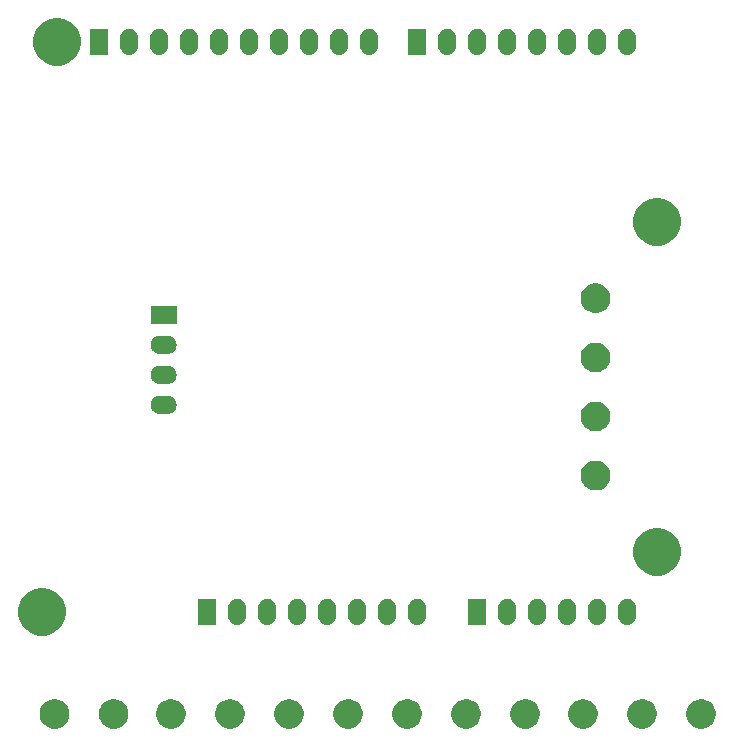
<source format=gbr>
G04 #@! TF.GenerationSoftware,KiCad,Pcbnew,(5.0.1)-3*
G04 #@! TF.CreationDate,2019-04-12T12:39:32-05:00*
G04 #@! TF.ProjectId,Arduino_As_Uno,41726475696E6F5F41735F556E6F2E6B,rev?*
G04 #@! TF.SameCoordinates,Original*
G04 #@! TF.FileFunction,Soldermask,Bot*
G04 #@! TF.FilePolarity,Negative*
%FSLAX46Y46*%
G04 Gerber Fmt 4.6, Leading zero omitted, Abs format (unit mm)*
G04 Created by KiCad (PCBNEW (5.0.1)-3) date 12/04/2019 12:39:32*
%MOMM*%
%LPD*%
G01*
G04 APERTURE LIST*
%ADD10C,0.100000*%
G04 APERTURE END LIST*
D10*
G36*
X156240612Y-131259037D02*
X156468096Y-131353264D01*
X156672831Y-131490064D01*
X156846936Y-131664169D01*
X156983736Y-131868904D01*
X157077963Y-132096388D01*
X157126000Y-132337885D01*
X157126000Y-132584115D01*
X157077963Y-132825612D01*
X156983736Y-133053096D01*
X156846936Y-133257831D01*
X156672831Y-133431936D01*
X156468096Y-133568736D01*
X156240612Y-133662963D01*
X155999115Y-133711000D01*
X155752885Y-133711000D01*
X155511388Y-133662963D01*
X155283904Y-133568736D01*
X155079169Y-133431936D01*
X154905064Y-133257831D01*
X154768264Y-133053096D01*
X154674037Y-132825612D01*
X154626000Y-132584115D01*
X154626000Y-132337885D01*
X154674037Y-132096388D01*
X154768264Y-131868904D01*
X154905064Y-131664169D01*
X155079169Y-131490064D01*
X155283904Y-131353264D01*
X155511388Y-131259037D01*
X155752885Y-131211000D01*
X155999115Y-131211000D01*
X156240612Y-131259037D01*
X156240612Y-131259037D01*
G37*
G36*
X181132612Y-131259037D02*
X181360096Y-131353264D01*
X181564831Y-131490064D01*
X181738936Y-131664169D01*
X181875736Y-131868904D01*
X181969963Y-132096388D01*
X182018000Y-132337885D01*
X182018000Y-132584115D01*
X181969963Y-132825612D01*
X181875736Y-133053096D01*
X181738936Y-133257831D01*
X181564831Y-133431936D01*
X181360096Y-133568736D01*
X181132612Y-133662963D01*
X180891115Y-133711000D01*
X180644885Y-133711000D01*
X180403388Y-133662963D01*
X180175904Y-133568736D01*
X179971169Y-133431936D01*
X179797064Y-133257831D01*
X179660264Y-133053096D01*
X179566037Y-132825612D01*
X179518000Y-132584115D01*
X179518000Y-132337885D01*
X179566037Y-132096388D01*
X179660264Y-131868904D01*
X179797064Y-131664169D01*
X179971169Y-131490064D01*
X180175904Y-131353264D01*
X180403388Y-131259037D01*
X180644885Y-131211000D01*
X180891115Y-131211000D01*
X181132612Y-131259037D01*
X181132612Y-131259037D01*
G37*
G36*
X176132612Y-131259037D02*
X176360096Y-131353264D01*
X176564831Y-131490064D01*
X176738936Y-131664169D01*
X176875736Y-131868904D01*
X176969963Y-132096388D01*
X177018000Y-132337885D01*
X177018000Y-132584115D01*
X176969963Y-132825612D01*
X176875736Y-133053096D01*
X176738936Y-133257831D01*
X176564831Y-133431936D01*
X176360096Y-133568736D01*
X176132612Y-133662963D01*
X175891115Y-133711000D01*
X175644885Y-133711000D01*
X175403388Y-133662963D01*
X175175904Y-133568736D01*
X174971169Y-133431936D01*
X174797064Y-133257831D01*
X174660264Y-133053096D01*
X174566037Y-132825612D01*
X174518000Y-132584115D01*
X174518000Y-132337885D01*
X174566037Y-132096388D01*
X174660264Y-131868904D01*
X174797064Y-131664169D01*
X174971169Y-131490064D01*
X175175904Y-131353264D01*
X175403388Y-131259037D01*
X175644885Y-131211000D01*
X175891115Y-131211000D01*
X176132612Y-131259037D01*
X176132612Y-131259037D01*
G37*
G36*
X171132612Y-131259037D02*
X171360096Y-131353264D01*
X171564831Y-131490064D01*
X171738936Y-131664169D01*
X171875736Y-131868904D01*
X171969963Y-132096388D01*
X172018000Y-132337885D01*
X172018000Y-132584115D01*
X171969963Y-132825612D01*
X171875736Y-133053096D01*
X171738936Y-133257831D01*
X171564831Y-133431936D01*
X171360096Y-133568736D01*
X171132612Y-133662963D01*
X170891115Y-133711000D01*
X170644885Y-133711000D01*
X170403388Y-133662963D01*
X170175904Y-133568736D01*
X169971169Y-133431936D01*
X169797064Y-133257831D01*
X169660264Y-133053096D01*
X169566037Y-132825612D01*
X169518000Y-132584115D01*
X169518000Y-132337885D01*
X169566037Y-132096388D01*
X169660264Y-131868904D01*
X169797064Y-131664169D01*
X169971169Y-131490064D01*
X170175904Y-131353264D01*
X170403388Y-131259037D01*
X170644885Y-131211000D01*
X170891115Y-131211000D01*
X171132612Y-131259037D01*
X171132612Y-131259037D01*
G37*
G36*
X131388612Y-131259037D02*
X131616096Y-131353264D01*
X131820831Y-131490064D01*
X131994936Y-131664169D01*
X132131736Y-131868904D01*
X132225963Y-132096388D01*
X132274000Y-132337885D01*
X132274000Y-132584115D01*
X132225963Y-132825612D01*
X132131736Y-133053096D01*
X131994936Y-133257831D01*
X131820831Y-133431936D01*
X131616096Y-133568736D01*
X131388612Y-133662963D01*
X131147115Y-133711000D01*
X130900885Y-133711000D01*
X130659388Y-133662963D01*
X130431904Y-133568736D01*
X130227169Y-133431936D01*
X130053064Y-133257831D01*
X129916264Y-133053096D01*
X129822037Y-132825612D01*
X129774000Y-132584115D01*
X129774000Y-132337885D01*
X129822037Y-132096388D01*
X129916264Y-131868904D01*
X130053064Y-131664169D01*
X130227169Y-131490064D01*
X130431904Y-131353264D01*
X130659388Y-131259037D01*
X130900885Y-131211000D01*
X131147115Y-131211000D01*
X131388612Y-131259037D01*
X131388612Y-131259037D01*
G37*
G36*
X126388612Y-131259037D02*
X126616096Y-131353264D01*
X126820831Y-131490064D01*
X126994936Y-131664169D01*
X127131736Y-131868904D01*
X127225963Y-132096388D01*
X127274000Y-132337885D01*
X127274000Y-132584115D01*
X127225963Y-132825612D01*
X127131736Y-133053096D01*
X126994936Y-133257831D01*
X126820831Y-133431936D01*
X126616096Y-133568736D01*
X126388612Y-133662963D01*
X126147115Y-133711000D01*
X125900885Y-133711000D01*
X125659388Y-133662963D01*
X125431904Y-133568736D01*
X125227169Y-133431936D01*
X125053064Y-133257831D01*
X124916264Y-133053096D01*
X124822037Y-132825612D01*
X124774000Y-132584115D01*
X124774000Y-132337885D01*
X124822037Y-132096388D01*
X124916264Y-131868904D01*
X125053064Y-131664169D01*
X125227169Y-131490064D01*
X125431904Y-131353264D01*
X125659388Y-131259037D01*
X125900885Y-131211000D01*
X126147115Y-131211000D01*
X126388612Y-131259037D01*
X126388612Y-131259037D01*
G37*
G36*
X141240612Y-131259037D02*
X141468096Y-131353264D01*
X141672831Y-131490064D01*
X141846936Y-131664169D01*
X141983736Y-131868904D01*
X142077963Y-132096388D01*
X142126000Y-132337885D01*
X142126000Y-132584115D01*
X142077963Y-132825612D01*
X141983736Y-133053096D01*
X141846936Y-133257831D01*
X141672831Y-133431936D01*
X141468096Y-133568736D01*
X141240612Y-133662963D01*
X140999115Y-133711000D01*
X140752885Y-133711000D01*
X140511388Y-133662963D01*
X140283904Y-133568736D01*
X140079169Y-133431936D01*
X139905064Y-133257831D01*
X139768264Y-133053096D01*
X139674037Y-132825612D01*
X139626000Y-132584115D01*
X139626000Y-132337885D01*
X139674037Y-132096388D01*
X139768264Y-131868904D01*
X139905064Y-131664169D01*
X140079169Y-131490064D01*
X140283904Y-131353264D01*
X140511388Y-131259037D01*
X140752885Y-131211000D01*
X140999115Y-131211000D01*
X141240612Y-131259037D01*
X141240612Y-131259037D01*
G37*
G36*
X146240612Y-131259037D02*
X146468096Y-131353264D01*
X146672831Y-131490064D01*
X146846936Y-131664169D01*
X146983736Y-131868904D01*
X147077963Y-132096388D01*
X147126000Y-132337885D01*
X147126000Y-132584115D01*
X147077963Y-132825612D01*
X146983736Y-133053096D01*
X146846936Y-133257831D01*
X146672831Y-133431936D01*
X146468096Y-133568736D01*
X146240612Y-133662963D01*
X145999115Y-133711000D01*
X145752885Y-133711000D01*
X145511388Y-133662963D01*
X145283904Y-133568736D01*
X145079169Y-133431936D01*
X144905064Y-133257831D01*
X144768264Y-133053096D01*
X144674037Y-132825612D01*
X144626000Y-132584115D01*
X144626000Y-132337885D01*
X144674037Y-132096388D01*
X144768264Y-131868904D01*
X144905064Y-131664169D01*
X145079169Y-131490064D01*
X145283904Y-131353264D01*
X145511388Y-131259037D01*
X145752885Y-131211000D01*
X145999115Y-131211000D01*
X146240612Y-131259037D01*
X146240612Y-131259037D01*
G37*
G36*
X151240612Y-131259037D02*
X151468096Y-131353264D01*
X151672831Y-131490064D01*
X151846936Y-131664169D01*
X151983736Y-131868904D01*
X152077963Y-132096388D01*
X152126000Y-132337885D01*
X152126000Y-132584115D01*
X152077963Y-132825612D01*
X151983736Y-133053096D01*
X151846936Y-133257831D01*
X151672831Y-133431936D01*
X151468096Y-133568736D01*
X151240612Y-133662963D01*
X150999115Y-133711000D01*
X150752885Y-133711000D01*
X150511388Y-133662963D01*
X150283904Y-133568736D01*
X150079169Y-133431936D01*
X149905064Y-133257831D01*
X149768264Y-133053096D01*
X149674037Y-132825612D01*
X149626000Y-132584115D01*
X149626000Y-132337885D01*
X149674037Y-132096388D01*
X149768264Y-131868904D01*
X149905064Y-131664169D01*
X150079169Y-131490064D01*
X150283904Y-131353264D01*
X150511388Y-131259037D01*
X150752885Y-131211000D01*
X150999115Y-131211000D01*
X151240612Y-131259037D01*
X151240612Y-131259037D01*
G37*
G36*
X166240612Y-131259037D02*
X166468096Y-131353264D01*
X166672831Y-131490064D01*
X166846936Y-131664169D01*
X166983736Y-131868904D01*
X167077963Y-132096388D01*
X167126000Y-132337885D01*
X167126000Y-132584115D01*
X167077963Y-132825612D01*
X166983736Y-133053096D01*
X166846936Y-133257831D01*
X166672831Y-133431936D01*
X166468096Y-133568736D01*
X166240612Y-133662963D01*
X165999115Y-133711000D01*
X165752885Y-133711000D01*
X165511388Y-133662963D01*
X165283904Y-133568736D01*
X165079169Y-133431936D01*
X164905064Y-133257831D01*
X164768264Y-133053096D01*
X164674037Y-132825612D01*
X164626000Y-132584115D01*
X164626000Y-132337885D01*
X164674037Y-132096388D01*
X164768264Y-131868904D01*
X164905064Y-131664169D01*
X165079169Y-131490064D01*
X165283904Y-131353264D01*
X165511388Y-131259037D01*
X165752885Y-131211000D01*
X165999115Y-131211000D01*
X166240612Y-131259037D01*
X166240612Y-131259037D01*
G37*
G36*
X161240612Y-131259037D02*
X161468096Y-131353264D01*
X161672831Y-131490064D01*
X161846936Y-131664169D01*
X161983736Y-131868904D01*
X162077963Y-132096388D01*
X162126000Y-132337885D01*
X162126000Y-132584115D01*
X162077963Y-132825612D01*
X161983736Y-133053096D01*
X161846936Y-133257831D01*
X161672831Y-133431936D01*
X161468096Y-133568736D01*
X161240612Y-133662963D01*
X160999115Y-133711000D01*
X160752885Y-133711000D01*
X160511388Y-133662963D01*
X160283904Y-133568736D01*
X160079169Y-133431936D01*
X159905064Y-133257831D01*
X159768264Y-133053096D01*
X159674037Y-132825612D01*
X159626000Y-132584115D01*
X159626000Y-132337885D01*
X159674037Y-132096388D01*
X159768264Y-131868904D01*
X159905064Y-131664169D01*
X160079169Y-131490064D01*
X160283904Y-131353264D01*
X160511388Y-131259037D01*
X160752885Y-131211000D01*
X160999115Y-131211000D01*
X161240612Y-131259037D01*
X161240612Y-131259037D01*
G37*
G36*
X136240612Y-131259037D02*
X136468096Y-131353264D01*
X136672831Y-131490064D01*
X136846936Y-131664169D01*
X136983736Y-131868904D01*
X137077963Y-132096388D01*
X137126000Y-132337885D01*
X137126000Y-132584115D01*
X137077963Y-132825612D01*
X136983736Y-133053096D01*
X136846936Y-133257831D01*
X136672831Y-133431936D01*
X136468096Y-133568736D01*
X136240612Y-133662963D01*
X135999115Y-133711000D01*
X135752885Y-133711000D01*
X135511388Y-133662963D01*
X135283904Y-133568736D01*
X135079169Y-133431936D01*
X134905064Y-133257831D01*
X134768264Y-133053096D01*
X134674037Y-132825612D01*
X134626000Y-132584115D01*
X134626000Y-132337885D01*
X134674037Y-132096388D01*
X134768264Y-131868904D01*
X134905064Y-131664169D01*
X135079169Y-131490064D01*
X135283904Y-131353264D01*
X135511388Y-131259037D01*
X135752885Y-131211000D01*
X135999115Y-131211000D01*
X136240612Y-131259037D01*
X136240612Y-131259037D01*
G37*
G36*
X125560712Y-121871088D02*
X125930510Y-122024263D01*
X125930513Y-122024265D01*
X126263325Y-122246643D01*
X126546357Y-122529675D01*
X126760749Y-122850535D01*
X126768737Y-122862490D01*
X126921912Y-123232288D01*
X127000000Y-123624864D01*
X127000000Y-124025136D01*
X126921912Y-124417712D01*
X126768737Y-124787510D01*
X126768735Y-124787513D01*
X126546357Y-125120325D01*
X126263325Y-125403357D01*
X125930513Y-125625735D01*
X125930510Y-125625737D01*
X125560712Y-125778912D01*
X125168136Y-125857000D01*
X124767864Y-125857000D01*
X124375288Y-125778912D01*
X124005490Y-125625737D01*
X124005487Y-125625735D01*
X123672675Y-125403357D01*
X123389643Y-125120325D01*
X123167265Y-124787513D01*
X123167263Y-124787510D01*
X123014088Y-124417712D01*
X122936000Y-124025136D01*
X122936000Y-123624864D01*
X123014088Y-123232288D01*
X123167263Y-122862490D01*
X123175251Y-122850535D01*
X123389643Y-122529675D01*
X123672675Y-122246643D01*
X124005487Y-122024265D01*
X124005490Y-122024263D01*
X124375288Y-121871088D01*
X124767864Y-121793000D01*
X125168136Y-121793000D01*
X125560712Y-121871088D01*
X125560712Y-121871088D01*
G37*
G36*
X151787377Y-122736206D02*
X151883135Y-122765254D01*
X151931015Y-122779778D01*
X151997202Y-122815156D01*
X152063391Y-122850535D01*
X152179422Y-122945758D01*
X152179423Y-122945760D01*
X152179425Y-122945761D01*
X152236556Y-123015376D01*
X152274645Y-123061788D01*
X152319594Y-123145881D01*
X152345402Y-123194164D01*
X152356966Y-123232287D01*
X152388974Y-123337802D01*
X152400000Y-123449754D01*
X152400000Y-124200246D01*
X152388974Y-124312198D01*
X152359926Y-124407956D01*
X152345402Y-124455836D01*
X152319594Y-124504119D01*
X152274645Y-124588212D01*
X152179422Y-124704242D01*
X152063392Y-124799465D01*
X151979299Y-124844414D01*
X151931016Y-124870222D01*
X151883136Y-124884746D01*
X151787378Y-124913794D01*
X151638000Y-124928506D01*
X151488623Y-124913794D01*
X151392865Y-124884746D01*
X151344985Y-124870222D01*
X151296702Y-124844414D01*
X151212609Y-124799465D01*
X151096579Y-124704242D01*
X151001356Y-124588212D01*
X150930599Y-124455835D01*
X150919035Y-124417713D01*
X150887026Y-124312199D01*
X150876000Y-124200247D01*
X150876000Y-123449754D01*
X150887026Y-123337805D01*
X150887026Y-123337803D01*
X150930598Y-123194166D01*
X150930598Y-123194165D01*
X150965977Y-123127977D01*
X151001355Y-123061789D01*
X151096578Y-122945758D01*
X151096580Y-122945757D01*
X151096581Y-122945755D01*
X151198041Y-122862490D01*
X151212608Y-122850535D01*
X151296701Y-122805586D01*
X151344984Y-122779778D01*
X151392864Y-122765254D01*
X151488622Y-122736206D01*
X151638000Y-122721494D01*
X151787377Y-122736206D01*
X151787377Y-122736206D01*
G37*
G36*
X174647377Y-122736206D02*
X174743135Y-122765254D01*
X174791015Y-122779778D01*
X174857202Y-122815156D01*
X174923391Y-122850535D01*
X175039422Y-122945758D01*
X175039423Y-122945760D01*
X175039425Y-122945761D01*
X175096556Y-123015376D01*
X175134645Y-123061788D01*
X175179594Y-123145881D01*
X175205402Y-123194164D01*
X175216966Y-123232287D01*
X175248974Y-123337802D01*
X175260000Y-123449754D01*
X175260000Y-124200246D01*
X175248974Y-124312198D01*
X175219926Y-124407956D01*
X175205402Y-124455836D01*
X175179594Y-124504119D01*
X175134645Y-124588212D01*
X175039422Y-124704242D01*
X174923392Y-124799465D01*
X174839299Y-124844414D01*
X174791016Y-124870222D01*
X174743136Y-124884746D01*
X174647378Y-124913794D01*
X174498000Y-124928506D01*
X174348623Y-124913794D01*
X174252865Y-124884746D01*
X174204985Y-124870222D01*
X174156702Y-124844414D01*
X174072609Y-124799465D01*
X173956579Y-124704242D01*
X173861356Y-124588212D01*
X173790599Y-124455835D01*
X173779035Y-124417713D01*
X173747026Y-124312199D01*
X173736000Y-124200247D01*
X173736000Y-123449754D01*
X173747026Y-123337805D01*
X173747026Y-123337803D01*
X173790598Y-123194166D01*
X173790598Y-123194165D01*
X173825977Y-123127977D01*
X173861355Y-123061789D01*
X173956578Y-122945758D01*
X173956580Y-122945757D01*
X173956581Y-122945755D01*
X174058041Y-122862490D01*
X174072608Y-122850535D01*
X174156701Y-122805586D01*
X174204984Y-122779778D01*
X174252864Y-122765254D01*
X174348622Y-122736206D01*
X174498000Y-122721494D01*
X174647377Y-122736206D01*
X174647377Y-122736206D01*
G37*
G36*
X169567377Y-122736206D02*
X169663135Y-122765254D01*
X169711015Y-122779778D01*
X169777202Y-122815156D01*
X169843391Y-122850535D01*
X169959422Y-122945758D01*
X169959423Y-122945760D01*
X169959425Y-122945761D01*
X170016556Y-123015376D01*
X170054645Y-123061788D01*
X170099594Y-123145881D01*
X170125402Y-123194164D01*
X170136966Y-123232287D01*
X170168974Y-123337802D01*
X170180000Y-123449754D01*
X170180000Y-124200246D01*
X170168974Y-124312198D01*
X170139926Y-124407956D01*
X170125402Y-124455836D01*
X170099594Y-124504119D01*
X170054645Y-124588212D01*
X169959422Y-124704242D01*
X169843392Y-124799465D01*
X169759299Y-124844414D01*
X169711016Y-124870222D01*
X169663136Y-124884746D01*
X169567378Y-124913794D01*
X169418000Y-124928506D01*
X169268623Y-124913794D01*
X169172865Y-124884746D01*
X169124985Y-124870222D01*
X169076702Y-124844414D01*
X168992609Y-124799465D01*
X168876579Y-124704242D01*
X168781356Y-124588212D01*
X168710599Y-124455835D01*
X168699035Y-124417713D01*
X168667026Y-124312199D01*
X168656000Y-124200247D01*
X168656000Y-123449754D01*
X168667026Y-123337805D01*
X168667026Y-123337803D01*
X168710598Y-123194166D01*
X168710598Y-123194165D01*
X168745977Y-123127977D01*
X168781355Y-123061789D01*
X168876578Y-122945758D01*
X168876580Y-122945757D01*
X168876581Y-122945755D01*
X168978041Y-122862490D01*
X168992608Y-122850535D01*
X169076701Y-122805586D01*
X169124984Y-122779778D01*
X169172864Y-122765254D01*
X169268622Y-122736206D01*
X169418000Y-122721494D01*
X169567377Y-122736206D01*
X169567377Y-122736206D01*
G37*
G36*
X172107377Y-122736206D02*
X172203135Y-122765254D01*
X172251015Y-122779778D01*
X172317202Y-122815156D01*
X172383391Y-122850535D01*
X172499422Y-122945758D01*
X172499423Y-122945760D01*
X172499425Y-122945761D01*
X172556556Y-123015376D01*
X172594645Y-123061788D01*
X172639594Y-123145881D01*
X172665402Y-123194164D01*
X172676966Y-123232287D01*
X172708974Y-123337802D01*
X172720000Y-123449754D01*
X172720000Y-124200246D01*
X172708974Y-124312198D01*
X172679926Y-124407956D01*
X172665402Y-124455836D01*
X172639594Y-124504119D01*
X172594645Y-124588212D01*
X172499422Y-124704242D01*
X172383392Y-124799465D01*
X172299299Y-124844414D01*
X172251016Y-124870222D01*
X172203136Y-124884746D01*
X172107378Y-124913794D01*
X171958000Y-124928506D01*
X171808623Y-124913794D01*
X171712865Y-124884746D01*
X171664985Y-124870222D01*
X171616702Y-124844414D01*
X171532609Y-124799465D01*
X171416579Y-124704242D01*
X171321356Y-124588212D01*
X171250599Y-124455835D01*
X171239035Y-124417713D01*
X171207026Y-124312199D01*
X171196000Y-124200247D01*
X171196000Y-123449754D01*
X171207026Y-123337805D01*
X171207026Y-123337803D01*
X171250598Y-123194166D01*
X171250598Y-123194165D01*
X171285977Y-123127977D01*
X171321355Y-123061789D01*
X171416578Y-122945758D01*
X171416580Y-122945757D01*
X171416581Y-122945755D01*
X171518041Y-122862490D01*
X171532608Y-122850535D01*
X171616701Y-122805586D01*
X171664984Y-122779778D01*
X171712864Y-122765254D01*
X171808622Y-122736206D01*
X171958000Y-122721494D01*
X172107377Y-122736206D01*
X172107377Y-122736206D01*
G37*
G36*
X144167377Y-122736206D02*
X144263135Y-122765254D01*
X144311015Y-122779778D01*
X144377202Y-122815156D01*
X144443391Y-122850535D01*
X144559422Y-122945758D01*
X144559423Y-122945760D01*
X144559425Y-122945761D01*
X144616556Y-123015376D01*
X144654645Y-123061788D01*
X144699594Y-123145881D01*
X144725402Y-123194164D01*
X144736966Y-123232287D01*
X144768974Y-123337802D01*
X144780000Y-123449754D01*
X144780000Y-124200246D01*
X144768974Y-124312198D01*
X144739926Y-124407956D01*
X144725402Y-124455836D01*
X144699594Y-124504119D01*
X144654645Y-124588212D01*
X144559422Y-124704242D01*
X144443392Y-124799465D01*
X144359299Y-124844414D01*
X144311016Y-124870222D01*
X144263136Y-124884746D01*
X144167378Y-124913794D01*
X144018000Y-124928506D01*
X143868623Y-124913794D01*
X143772865Y-124884746D01*
X143724985Y-124870222D01*
X143676702Y-124844414D01*
X143592609Y-124799465D01*
X143476579Y-124704242D01*
X143381356Y-124588212D01*
X143310599Y-124455835D01*
X143299035Y-124417713D01*
X143267026Y-124312199D01*
X143256000Y-124200247D01*
X143256000Y-123449754D01*
X143267026Y-123337805D01*
X143267026Y-123337803D01*
X143310598Y-123194166D01*
X143310598Y-123194165D01*
X143345977Y-123127977D01*
X143381355Y-123061789D01*
X143476578Y-122945758D01*
X143476580Y-122945757D01*
X143476581Y-122945755D01*
X143578041Y-122862490D01*
X143592608Y-122850535D01*
X143676701Y-122805586D01*
X143724984Y-122779778D01*
X143772864Y-122765254D01*
X143868622Y-122736206D01*
X144018000Y-122721494D01*
X144167377Y-122736206D01*
X144167377Y-122736206D01*
G37*
G36*
X146707377Y-122736206D02*
X146803135Y-122765254D01*
X146851015Y-122779778D01*
X146917202Y-122815156D01*
X146983391Y-122850535D01*
X147099422Y-122945758D01*
X147099423Y-122945760D01*
X147099425Y-122945761D01*
X147156556Y-123015376D01*
X147194645Y-123061788D01*
X147239594Y-123145881D01*
X147265402Y-123194164D01*
X147276966Y-123232287D01*
X147308974Y-123337802D01*
X147320000Y-123449754D01*
X147320000Y-124200246D01*
X147308974Y-124312198D01*
X147279926Y-124407956D01*
X147265402Y-124455836D01*
X147239594Y-124504119D01*
X147194645Y-124588212D01*
X147099422Y-124704242D01*
X146983392Y-124799465D01*
X146899299Y-124844414D01*
X146851016Y-124870222D01*
X146803136Y-124884746D01*
X146707378Y-124913794D01*
X146558000Y-124928506D01*
X146408623Y-124913794D01*
X146312865Y-124884746D01*
X146264985Y-124870222D01*
X146216702Y-124844414D01*
X146132609Y-124799465D01*
X146016579Y-124704242D01*
X145921356Y-124588212D01*
X145850599Y-124455835D01*
X145839035Y-124417713D01*
X145807026Y-124312199D01*
X145796000Y-124200247D01*
X145796000Y-123449754D01*
X145807026Y-123337805D01*
X145807026Y-123337803D01*
X145850598Y-123194166D01*
X145850598Y-123194165D01*
X145885977Y-123127977D01*
X145921355Y-123061789D01*
X146016578Y-122945758D01*
X146016580Y-122945757D01*
X146016581Y-122945755D01*
X146118041Y-122862490D01*
X146132608Y-122850535D01*
X146216701Y-122805586D01*
X146264984Y-122779778D01*
X146312864Y-122765254D01*
X146408622Y-122736206D01*
X146558000Y-122721494D01*
X146707377Y-122736206D01*
X146707377Y-122736206D01*
G37*
G36*
X149247377Y-122736206D02*
X149343135Y-122765254D01*
X149391015Y-122779778D01*
X149457202Y-122815156D01*
X149523391Y-122850535D01*
X149639422Y-122945758D01*
X149639423Y-122945760D01*
X149639425Y-122945761D01*
X149696556Y-123015376D01*
X149734645Y-123061788D01*
X149779594Y-123145881D01*
X149805402Y-123194164D01*
X149816966Y-123232287D01*
X149848974Y-123337802D01*
X149860000Y-123449754D01*
X149860000Y-124200246D01*
X149848974Y-124312198D01*
X149819926Y-124407956D01*
X149805402Y-124455836D01*
X149779594Y-124504119D01*
X149734645Y-124588212D01*
X149639422Y-124704242D01*
X149523392Y-124799465D01*
X149439299Y-124844414D01*
X149391016Y-124870222D01*
X149343136Y-124884746D01*
X149247378Y-124913794D01*
X149098000Y-124928506D01*
X148948623Y-124913794D01*
X148852865Y-124884746D01*
X148804985Y-124870222D01*
X148756702Y-124844414D01*
X148672609Y-124799465D01*
X148556579Y-124704242D01*
X148461356Y-124588212D01*
X148390599Y-124455835D01*
X148379035Y-124417713D01*
X148347026Y-124312199D01*
X148336000Y-124200247D01*
X148336000Y-123449754D01*
X148347026Y-123337805D01*
X148347026Y-123337803D01*
X148390598Y-123194166D01*
X148390598Y-123194165D01*
X148425977Y-123127977D01*
X148461355Y-123061789D01*
X148556578Y-122945758D01*
X148556580Y-122945757D01*
X148556581Y-122945755D01*
X148658041Y-122862490D01*
X148672608Y-122850535D01*
X148756701Y-122805586D01*
X148804984Y-122779778D01*
X148852864Y-122765254D01*
X148948622Y-122736206D01*
X149098000Y-122721494D01*
X149247377Y-122736206D01*
X149247377Y-122736206D01*
G37*
G36*
X154327377Y-122736206D02*
X154423135Y-122765254D01*
X154471015Y-122779778D01*
X154537202Y-122815156D01*
X154603391Y-122850535D01*
X154719422Y-122945758D01*
X154719423Y-122945760D01*
X154719425Y-122945761D01*
X154776556Y-123015376D01*
X154814645Y-123061788D01*
X154859594Y-123145881D01*
X154885402Y-123194164D01*
X154896966Y-123232287D01*
X154928974Y-123337802D01*
X154940000Y-123449754D01*
X154940000Y-124200246D01*
X154928974Y-124312198D01*
X154899926Y-124407956D01*
X154885402Y-124455836D01*
X154859594Y-124504119D01*
X154814645Y-124588212D01*
X154719422Y-124704242D01*
X154603392Y-124799465D01*
X154519299Y-124844414D01*
X154471016Y-124870222D01*
X154423136Y-124884746D01*
X154327378Y-124913794D01*
X154178000Y-124928506D01*
X154028623Y-124913794D01*
X153932865Y-124884746D01*
X153884985Y-124870222D01*
X153836702Y-124844414D01*
X153752609Y-124799465D01*
X153636579Y-124704242D01*
X153541356Y-124588212D01*
X153470599Y-124455835D01*
X153459035Y-124417713D01*
X153427026Y-124312199D01*
X153416000Y-124200247D01*
X153416000Y-123449754D01*
X153427026Y-123337805D01*
X153427026Y-123337803D01*
X153470598Y-123194166D01*
X153470598Y-123194165D01*
X153505977Y-123127977D01*
X153541355Y-123061789D01*
X153636578Y-122945758D01*
X153636580Y-122945757D01*
X153636581Y-122945755D01*
X153738041Y-122862490D01*
X153752608Y-122850535D01*
X153836701Y-122805586D01*
X153884984Y-122779778D01*
X153932864Y-122765254D01*
X154028622Y-122736206D01*
X154178000Y-122721494D01*
X154327377Y-122736206D01*
X154327377Y-122736206D01*
G37*
G36*
X156867377Y-122736206D02*
X156963135Y-122765254D01*
X157011015Y-122779778D01*
X157077202Y-122815156D01*
X157143391Y-122850535D01*
X157259422Y-122945758D01*
X157259423Y-122945760D01*
X157259425Y-122945761D01*
X157316556Y-123015376D01*
X157354645Y-123061788D01*
X157399594Y-123145881D01*
X157425402Y-123194164D01*
X157436966Y-123232287D01*
X157468974Y-123337802D01*
X157480000Y-123449754D01*
X157480000Y-124200246D01*
X157468974Y-124312198D01*
X157439926Y-124407956D01*
X157425402Y-124455836D01*
X157399594Y-124504119D01*
X157354645Y-124588212D01*
X157259422Y-124704242D01*
X157143392Y-124799465D01*
X157059299Y-124844414D01*
X157011016Y-124870222D01*
X156963136Y-124884746D01*
X156867378Y-124913794D01*
X156718000Y-124928506D01*
X156568623Y-124913794D01*
X156472865Y-124884746D01*
X156424985Y-124870222D01*
X156376702Y-124844414D01*
X156292609Y-124799465D01*
X156176579Y-124704242D01*
X156081356Y-124588212D01*
X156010599Y-124455835D01*
X155999035Y-124417713D01*
X155967026Y-124312199D01*
X155956000Y-124200247D01*
X155956000Y-123449754D01*
X155967026Y-123337805D01*
X155967026Y-123337803D01*
X156010598Y-123194166D01*
X156010598Y-123194165D01*
X156045977Y-123127977D01*
X156081355Y-123061789D01*
X156176578Y-122945758D01*
X156176580Y-122945757D01*
X156176581Y-122945755D01*
X156278041Y-122862490D01*
X156292608Y-122850535D01*
X156376701Y-122805586D01*
X156424984Y-122779778D01*
X156472864Y-122765254D01*
X156568622Y-122736206D01*
X156718000Y-122721494D01*
X156867377Y-122736206D01*
X156867377Y-122736206D01*
G37*
G36*
X141627377Y-122736206D02*
X141723135Y-122765254D01*
X141771015Y-122779778D01*
X141837202Y-122815156D01*
X141903391Y-122850535D01*
X142019422Y-122945758D01*
X142019423Y-122945760D01*
X142019425Y-122945761D01*
X142076556Y-123015376D01*
X142114645Y-123061788D01*
X142159594Y-123145881D01*
X142185402Y-123194164D01*
X142196966Y-123232287D01*
X142228974Y-123337802D01*
X142240000Y-123449754D01*
X142240000Y-124200246D01*
X142228974Y-124312198D01*
X142199926Y-124407956D01*
X142185402Y-124455836D01*
X142159594Y-124504119D01*
X142114645Y-124588212D01*
X142019422Y-124704242D01*
X141903392Y-124799465D01*
X141819299Y-124844414D01*
X141771016Y-124870222D01*
X141723136Y-124884746D01*
X141627378Y-124913794D01*
X141478000Y-124928506D01*
X141328623Y-124913794D01*
X141232865Y-124884746D01*
X141184985Y-124870222D01*
X141136702Y-124844414D01*
X141052609Y-124799465D01*
X140936579Y-124704242D01*
X140841356Y-124588212D01*
X140770599Y-124455835D01*
X140759035Y-124417713D01*
X140727026Y-124312199D01*
X140716000Y-124200247D01*
X140716000Y-123449754D01*
X140727026Y-123337805D01*
X140727026Y-123337803D01*
X140770598Y-123194166D01*
X140770598Y-123194165D01*
X140805977Y-123127977D01*
X140841355Y-123061789D01*
X140936578Y-122945758D01*
X140936580Y-122945757D01*
X140936581Y-122945755D01*
X141038041Y-122862490D01*
X141052608Y-122850535D01*
X141136701Y-122805586D01*
X141184984Y-122779778D01*
X141232864Y-122765254D01*
X141328622Y-122736206D01*
X141478000Y-122721494D01*
X141627377Y-122736206D01*
X141627377Y-122736206D01*
G37*
G36*
X167027377Y-122736206D02*
X167123135Y-122765254D01*
X167171015Y-122779778D01*
X167237202Y-122815156D01*
X167303391Y-122850535D01*
X167419422Y-122945758D01*
X167419423Y-122945760D01*
X167419425Y-122945761D01*
X167476556Y-123015376D01*
X167514645Y-123061788D01*
X167559594Y-123145881D01*
X167585402Y-123194164D01*
X167596966Y-123232287D01*
X167628974Y-123337802D01*
X167640000Y-123449754D01*
X167640000Y-124200246D01*
X167628974Y-124312198D01*
X167599926Y-124407956D01*
X167585402Y-124455836D01*
X167559594Y-124504119D01*
X167514645Y-124588212D01*
X167419422Y-124704242D01*
X167303392Y-124799465D01*
X167219299Y-124844414D01*
X167171016Y-124870222D01*
X167123136Y-124884746D01*
X167027378Y-124913794D01*
X166878000Y-124928506D01*
X166728623Y-124913794D01*
X166632865Y-124884746D01*
X166584985Y-124870222D01*
X166536702Y-124844414D01*
X166452609Y-124799465D01*
X166336579Y-124704242D01*
X166241356Y-124588212D01*
X166170599Y-124455835D01*
X166159035Y-124417713D01*
X166127026Y-124312199D01*
X166116000Y-124200247D01*
X166116000Y-123449754D01*
X166127026Y-123337805D01*
X166127026Y-123337803D01*
X166170598Y-123194166D01*
X166170598Y-123194165D01*
X166205977Y-123127977D01*
X166241355Y-123061789D01*
X166336578Y-122945758D01*
X166336580Y-122945757D01*
X166336581Y-122945755D01*
X166438041Y-122862490D01*
X166452608Y-122850535D01*
X166536701Y-122805586D01*
X166584984Y-122779778D01*
X166632864Y-122765254D01*
X166728622Y-122736206D01*
X166878000Y-122721494D01*
X167027377Y-122736206D01*
X167027377Y-122736206D01*
G37*
G36*
X164487377Y-122736206D02*
X164583135Y-122765254D01*
X164631015Y-122779778D01*
X164697202Y-122815156D01*
X164763391Y-122850535D01*
X164879422Y-122945758D01*
X164879423Y-122945760D01*
X164879425Y-122945761D01*
X164936556Y-123015376D01*
X164974645Y-123061788D01*
X165019594Y-123145881D01*
X165045402Y-123194164D01*
X165056966Y-123232287D01*
X165088974Y-123337802D01*
X165100000Y-123449754D01*
X165100000Y-124200246D01*
X165088974Y-124312198D01*
X165059926Y-124407956D01*
X165045402Y-124455836D01*
X165019594Y-124504119D01*
X164974645Y-124588212D01*
X164879422Y-124704242D01*
X164763392Y-124799465D01*
X164679299Y-124844414D01*
X164631016Y-124870222D01*
X164583136Y-124884746D01*
X164487378Y-124913794D01*
X164338000Y-124928506D01*
X164188623Y-124913794D01*
X164092865Y-124884746D01*
X164044985Y-124870222D01*
X163996702Y-124844414D01*
X163912609Y-124799465D01*
X163796579Y-124704242D01*
X163701356Y-124588212D01*
X163630599Y-124455835D01*
X163619035Y-124417713D01*
X163587026Y-124312199D01*
X163576000Y-124200247D01*
X163576000Y-123449754D01*
X163587026Y-123337805D01*
X163587026Y-123337803D01*
X163630598Y-123194166D01*
X163630598Y-123194165D01*
X163665977Y-123127977D01*
X163701355Y-123061789D01*
X163796578Y-122945758D01*
X163796580Y-122945757D01*
X163796581Y-122945755D01*
X163898041Y-122862490D01*
X163912608Y-122850535D01*
X163996701Y-122805586D01*
X164044984Y-122779778D01*
X164092864Y-122765254D01*
X164188622Y-122736206D01*
X164338000Y-122721494D01*
X164487377Y-122736206D01*
X164487377Y-122736206D01*
G37*
G36*
X139700000Y-124924820D02*
X138176000Y-124924820D01*
X138176000Y-122725180D01*
X139700000Y-122725180D01*
X139700000Y-124924820D01*
X139700000Y-124924820D01*
G37*
G36*
X162560000Y-124924820D02*
X161036000Y-124924820D01*
X161036000Y-122725180D01*
X162560000Y-122725180D01*
X162560000Y-124924820D01*
X162560000Y-124924820D01*
G37*
G36*
X177630712Y-116791088D02*
X178000510Y-116944263D01*
X178000513Y-116944265D01*
X178333325Y-117166643D01*
X178616357Y-117449675D01*
X178838735Y-117782487D01*
X178838737Y-117782490D01*
X178991912Y-118152288D01*
X179070000Y-118544864D01*
X179070000Y-118945136D01*
X178991912Y-119337712D01*
X178838737Y-119707510D01*
X178838735Y-119707513D01*
X178616357Y-120040325D01*
X178333325Y-120323357D01*
X178000513Y-120545735D01*
X178000510Y-120545737D01*
X177630712Y-120698912D01*
X177238136Y-120777000D01*
X176837864Y-120777000D01*
X176445288Y-120698912D01*
X176075490Y-120545737D01*
X176075487Y-120545735D01*
X175742675Y-120323357D01*
X175459643Y-120040325D01*
X175237265Y-119707513D01*
X175237263Y-119707510D01*
X175084088Y-119337712D01*
X175006000Y-118945136D01*
X175006000Y-118544864D01*
X175084088Y-118152288D01*
X175237263Y-117782490D01*
X175237265Y-117782487D01*
X175459643Y-117449675D01*
X175742675Y-117166643D01*
X176075487Y-116944265D01*
X176075490Y-116944263D01*
X176445288Y-116791088D01*
X176837864Y-116713000D01*
X177238136Y-116713000D01*
X177630712Y-116791088D01*
X177630712Y-116791088D01*
G37*
G36*
X172195612Y-111073037D02*
X172423096Y-111167264D01*
X172627831Y-111304064D01*
X172801936Y-111478169D01*
X172938736Y-111682904D01*
X173032963Y-111910388D01*
X173081000Y-112151885D01*
X173081000Y-112398115D01*
X173032963Y-112639612D01*
X172938736Y-112867096D01*
X172801936Y-113071831D01*
X172627831Y-113245936D01*
X172423096Y-113382736D01*
X172195612Y-113476963D01*
X171954115Y-113525000D01*
X171707885Y-113525000D01*
X171466388Y-113476963D01*
X171238904Y-113382736D01*
X171034169Y-113245936D01*
X170860064Y-113071831D01*
X170723264Y-112867096D01*
X170629037Y-112639612D01*
X170581000Y-112398115D01*
X170581000Y-112151885D01*
X170629037Y-111910388D01*
X170723264Y-111682904D01*
X170860064Y-111478169D01*
X171034169Y-111304064D01*
X171238904Y-111167264D01*
X171466388Y-111073037D01*
X171707885Y-111025000D01*
X171954115Y-111025000D01*
X172195612Y-111073037D01*
X172195612Y-111073037D01*
G37*
G36*
X172195612Y-106073037D02*
X172423096Y-106167264D01*
X172627831Y-106304064D01*
X172801936Y-106478169D01*
X172938736Y-106682904D01*
X173032963Y-106910388D01*
X173081000Y-107151885D01*
X173081000Y-107398115D01*
X173032963Y-107639612D01*
X172938736Y-107867096D01*
X172801936Y-108071831D01*
X172627831Y-108245936D01*
X172423096Y-108382736D01*
X172195612Y-108476963D01*
X171954115Y-108525000D01*
X171707885Y-108525000D01*
X171466388Y-108476963D01*
X171238904Y-108382736D01*
X171034169Y-108245936D01*
X170860064Y-108071831D01*
X170723264Y-107867096D01*
X170629037Y-107639612D01*
X170581000Y-107398115D01*
X170581000Y-107151885D01*
X170629037Y-106910388D01*
X170723264Y-106682904D01*
X170860064Y-106478169D01*
X171034169Y-106304064D01*
X171238904Y-106167264D01*
X171466388Y-106073037D01*
X171707885Y-106025000D01*
X171954115Y-106025000D01*
X172195612Y-106073037D01*
X172195612Y-106073037D01*
G37*
G36*
X135667563Y-105540675D02*
X135742198Y-105548026D01*
X135837956Y-105577074D01*
X135885836Y-105591598D01*
X135934119Y-105617406D01*
X136018212Y-105662355D01*
X136134242Y-105757578D01*
X136229465Y-105873608D01*
X136274414Y-105957701D01*
X136300222Y-106005984D01*
X136300222Y-106005985D01*
X136343794Y-106149622D01*
X136358506Y-106299000D01*
X136343794Y-106448378D01*
X136334757Y-106478169D01*
X136300222Y-106592016D01*
X136274414Y-106640299D01*
X136229465Y-106724392D01*
X136134242Y-106840422D01*
X136018212Y-106935645D01*
X135934119Y-106980594D01*
X135885836Y-107006402D01*
X135837956Y-107020926D01*
X135742198Y-107049974D01*
X135667563Y-107057325D01*
X135630247Y-107061000D01*
X134879753Y-107061000D01*
X134842437Y-107057325D01*
X134767802Y-107049974D01*
X134672044Y-107020926D01*
X134624164Y-107006402D01*
X134575881Y-106980594D01*
X134491788Y-106935645D01*
X134375758Y-106840422D01*
X134280535Y-106724392D01*
X134235586Y-106640299D01*
X134209778Y-106592016D01*
X134175243Y-106478169D01*
X134166206Y-106448378D01*
X134151494Y-106299000D01*
X134166206Y-106149622D01*
X134209778Y-106005985D01*
X134209778Y-106005984D01*
X134235586Y-105957701D01*
X134280535Y-105873608D01*
X134375758Y-105757578D01*
X134491788Y-105662355D01*
X134575881Y-105617406D01*
X134624164Y-105591598D01*
X134672044Y-105577074D01*
X134767802Y-105548026D01*
X134842437Y-105540675D01*
X134879753Y-105537000D01*
X135630247Y-105537000D01*
X135667563Y-105540675D01*
X135667563Y-105540675D01*
G37*
G36*
X135667563Y-103000675D02*
X135742198Y-103008026D01*
X135837956Y-103037074D01*
X135885836Y-103051598D01*
X135923683Y-103071828D01*
X136018212Y-103122355D01*
X136134242Y-103217578D01*
X136229465Y-103333608D01*
X136255724Y-103382735D01*
X136300222Y-103465984D01*
X136300222Y-103465985D01*
X136343794Y-103609622D01*
X136358506Y-103759000D01*
X136343794Y-103908378D01*
X136314746Y-104004136D01*
X136300222Y-104052016D01*
X136274414Y-104100299D01*
X136229465Y-104184392D01*
X136134242Y-104300422D01*
X136018212Y-104395645D01*
X135934119Y-104440594D01*
X135885836Y-104466402D01*
X135837956Y-104480926D01*
X135742198Y-104509974D01*
X135667563Y-104517325D01*
X135630247Y-104521000D01*
X134879753Y-104521000D01*
X134842437Y-104517325D01*
X134767802Y-104509974D01*
X134672044Y-104480926D01*
X134624164Y-104466402D01*
X134575881Y-104440594D01*
X134491788Y-104395645D01*
X134375758Y-104300422D01*
X134280535Y-104184392D01*
X134235586Y-104100299D01*
X134209778Y-104052016D01*
X134195254Y-104004136D01*
X134166206Y-103908378D01*
X134151494Y-103759000D01*
X134166206Y-103609622D01*
X134209778Y-103465985D01*
X134209778Y-103465984D01*
X134254276Y-103382735D01*
X134280535Y-103333608D01*
X134375758Y-103217578D01*
X134491788Y-103122355D01*
X134586317Y-103071828D01*
X134624164Y-103051598D01*
X134672044Y-103037074D01*
X134767802Y-103008026D01*
X134842437Y-103000675D01*
X134879753Y-102997000D01*
X135630247Y-102997000D01*
X135667563Y-103000675D01*
X135667563Y-103000675D01*
G37*
G36*
X172195612Y-101073037D02*
X172423096Y-101167264D01*
X172627831Y-101304064D01*
X172801936Y-101478169D01*
X172938736Y-101682904D01*
X173032963Y-101910388D01*
X173081000Y-102151885D01*
X173081000Y-102398115D01*
X173032963Y-102639612D01*
X172938736Y-102867096D01*
X172801936Y-103071831D01*
X172627831Y-103245936D01*
X172423096Y-103382736D01*
X172195612Y-103476963D01*
X171954115Y-103525000D01*
X171707885Y-103525000D01*
X171466388Y-103476963D01*
X171238904Y-103382736D01*
X171034169Y-103245936D01*
X170860064Y-103071831D01*
X170723264Y-102867096D01*
X170629037Y-102639612D01*
X170581000Y-102398115D01*
X170581000Y-102151885D01*
X170629037Y-101910388D01*
X170723264Y-101682904D01*
X170860064Y-101478169D01*
X171034169Y-101304064D01*
X171238904Y-101167264D01*
X171466388Y-101073037D01*
X171707885Y-101025000D01*
X171954115Y-101025000D01*
X172195612Y-101073037D01*
X172195612Y-101073037D01*
G37*
G36*
X135667563Y-100460675D02*
X135742198Y-100468026D01*
X135837956Y-100497074D01*
X135885836Y-100511598D01*
X135934119Y-100537406D01*
X136018212Y-100582355D01*
X136134242Y-100677578D01*
X136229465Y-100793608D01*
X136274414Y-100877701D01*
X136300222Y-100925984D01*
X136300222Y-100925985D01*
X136343794Y-101069622D01*
X136358506Y-101219000D01*
X136343794Y-101368378D01*
X136314746Y-101464136D01*
X136300222Y-101512016D01*
X136274414Y-101560299D01*
X136229465Y-101644392D01*
X136134242Y-101760422D01*
X136018212Y-101855645D01*
X135934119Y-101900594D01*
X135885836Y-101926402D01*
X135837956Y-101940926D01*
X135742198Y-101969974D01*
X135667563Y-101977325D01*
X135630247Y-101981000D01*
X134879753Y-101981000D01*
X134842437Y-101977325D01*
X134767802Y-101969974D01*
X134672044Y-101940926D01*
X134624164Y-101926402D01*
X134575881Y-101900594D01*
X134491788Y-101855645D01*
X134375758Y-101760422D01*
X134280535Y-101644392D01*
X134235586Y-101560299D01*
X134209778Y-101512016D01*
X134195254Y-101464136D01*
X134166206Y-101368378D01*
X134151494Y-101219000D01*
X134166206Y-101069622D01*
X134209778Y-100925985D01*
X134209778Y-100925984D01*
X134235586Y-100877701D01*
X134280535Y-100793608D01*
X134375758Y-100677578D01*
X134491788Y-100582355D01*
X134575881Y-100537406D01*
X134624164Y-100511598D01*
X134672044Y-100497074D01*
X134767802Y-100468026D01*
X134842437Y-100460675D01*
X134879753Y-100457000D01*
X135630247Y-100457000D01*
X135667563Y-100460675D01*
X135667563Y-100460675D01*
G37*
G36*
X136354820Y-99441000D02*
X134155180Y-99441000D01*
X134155180Y-97917000D01*
X136354820Y-97917000D01*
X136354820Y-99441000D01*
X136354820Y-99441000D01*
G37*
G36*
X172195612Y-96073037D02*
X172423096Y-96167264D01*
X172627831Y-96304064D01*
X172801936Y-96478169D01*
X172938736Y-96682904D01*
X173032963Y-96910388D01*
X173081000Y-97151885D01*
X173081000Y-97398115D01*
X173032963Y-97639612D01*
X172938736Y-97867096D01*
X172801936Y-98071831D01*
X172627831Y-98245936D01*
X172423096Y-98382736D01*
X172195612Y-98476963D01*
X171954115Y-98525000D01*
X171707885Y-98525000D01*
X171466388Y-98476963D01*
X171238904Y-98382736D01*
X171034169Y-98245936D01*
X170860064Y-98071831D01*
X170723264Y-97867096D01*
X170629037Y-97639612D01*
X170581000Y-97398115D01*
X170581000Y-97151885D01*
X170629037Y-96910388D01*
X170723264Y-96682904D01*
X170860064Y-96478169D01*
X171034169Y-96304064D01*
X171238904Y-96167264D01*
X171466388Y-96073037D01*
X171707885Y-96025000D01*
X171954115Y-96025000D01*
X172195612Y-96073037D01*
X172195612Y-96073037D01*
G37*
G36*
X177630712Y-88851088D02*
X178000510Y-89004263D01*
X178000513Y-89004265D01*
X178333325Y-89226643D01*
X178616357Y-89509675D01*
X178838735Y-89842487D01*
X178838737Y-89842490D01*
X178991912Y-90212288D01*
X179070000Y-90604864D01*
X179070000Y-91005136D01*
X178991912Y-91397712D01*
X178838737Y-91767510D01*
X178838735Y-91767513D01*
X178616357Y-92100325D01*
X178333325Y-92383357D01*
X178000513Y-92605735D01*
X178000510Y-92605737D01*
X177630712Y-92758912D01*
X177238136Y-92837000D01*
X176837864Y-92837000D01*
X176445288Y-92758912D01*
X176075490Y-92605737D01*
X176075487Y-92605735D01*
X175742675Y-92383357D01*
X175459643Y-92100325D01*
X175237265Y-91767513D01*
X175237263Y-91767510D01*
X175084088Y-91397712D01*
X175006000Y-91005136D01*
X175006000Y-90604864D01*
X175084088Y-90212288D01*
X175237263Y-89842490D01*
X175237265Y-89842487D01*
X175459643Y-89509675D01*
X175742675Y-89226643D01*
X176075487Y-89004265D01*
X176075490Y-89004263D01*
X176445288Y-88851088D01*
X176837864Y-88773000D01*
X177238136Y-88773000D01*
X177630712Y-88851088D01*
X177630712Y-88851088D01*
G37*
G36*
X126830712Y-73611088D02*
X127200510Y-73764263D01*
X127200513Y-73764265D01*
X127533325Y-73986643D01*
X127816357Y-74269675D01*
X128030749Y-74590535D01*
X128038737Y-74602490D01*
X128191912Y-74972288D01*
X128270000Y-75364864D01*
X128270000Y-75765136D01*
X128191912Y-76157712D01*
X128038737Y-76527510D01*
X128038735Y-76527513D01*
X127816357Y-76860325D01*
X127533325Y-77143357D01*
X127200513Y-77365735D01*
X127200510Y-77365737D01*
X126830712Y-77518912D01*
X126438136Y-77597000D01*
X126037864Y-77597000D01*
X125645288Y-77518912D01*
X125275490Y-77365737D01*
X125275487Y-77365735D01*
X124942675Y-77143357D01*
X124659643Y-76860325D01*
X124437265Y-76527513D01*
X124437263Y-76527510D01*
X124284088Y-76157712D01*
X124206000Y-75765136D01*
X124206000Y-75364864D01*
X124284088Y-74972288D01*
X124437263Y-74602490D01*
X124445251Y-74590535D01*
X124659643Y-74269675D01*
X124942675Y-73986643D01*
X125275487Y-73764265D01*
X125275490Y-73764263D01*
X125645288Y-73611088D01*
X126037864Y-73533000D01*
X126438136Y-73533000D01*
X126830712Y-73611088D01*
X126830712Y-73611088D01*
G37*
G36*
X152803377Y-74476206D02*
X152899135Y-74505254D01*
X152947015Y-74519778D01*
X153013202Y-74555156D01*
X153079391Y-74590535D01*
X153195422Y-74685758D01*
X153195423Y-74685760D01*
X153195425Y-74685761D01*
X153252556Y-74755376D01*
X153290645Y-74801788D01*
X153335594Y-74885881D01*
X153361402Y-74934164D01*
X153372966Y-74972287D01*
X153404974Y-75077802D01*
X153416000Y-75189754D01*
X153416000Y-75940246D01*
X153404974Y-76052198D01*
X153375926Y-76147956D01*
X153361402Y-76195836D01*
X153335594Y-76244119D01*
X153290645Y-76328212D01*
X153195422Y-76444242D01*
X153079392Y-76539465D01*
X152995299Y-76584414D01*
X152947016Y-76610222D01*
X152899136Y-76624746D01*
X152803378Y-76653794D01*
X152654000Y-76668506D01*
X152504623Y-76653794D01*
X152408865Y-76624746D01*
X152360985Y-76610222D01*
X152312702Y-76584414D01*
X152228609Y-76539465D01*
X152112579Y-76444242D01*
X152017356Y-76328212D01*
X151946599Y-76195835D01*
X151935035Y-76157713D01*
X151903026Y-76052199D01*
X151892000Y-75940247D01*
X151892000Y-75189754D01*
X151903026Y-75077805D01*
X151903026Y-75077803D01*
X151946598Y-74934166D01*
X151946598Y-74934165D01*
X151981977Y-74867977D01*
X152017355Y-74801789D01*
X152112578Y-74685758D01*
X152112580Y-74685757D01*
X152112581Y-74685755D01*
X152214041Y-74602490D01*
X152228608Y-74590535D01*
X152312701Y-74545586D01*
X152360984Y-74519778D01*
X152408864Y-74505254D01*
X152504622Y-74476206D01*
X152654000Y-74461494D01*
X152803377Y-74476206D01*
X152803377Y-74476206D01*
G37*
G36*
X150263377Y-74476206D02*
X150359135Y-74505254D01*
X150407015Y-74519778D01*
X150473202Y-74555156D01*
X150539391Y-74590535D01*
X150655422Y-74685758D01*
X150655423Y-74685760D01*
X150655425Y-74685761D01*
X150712556Y-74755376D01*
X150750645Y-74801788D01*
X150795594Y-74885881D01*
X150821402Y-74934164D01*
X150832966Y-74972287D01*
X150864974Y-75077802D01*
X150876000Y-75189754D01*
X150876000Y-75940246D01*
X150864974Y-76052198D01*
X150835926Y-76147956D01*
X150821402Y-76195836D01*
X150795594Y-76244119D01*
X150750645Y-76328212D01*
X150655422Y-76444242D01*
X150539392Y-76539465D01*
X150455299Y-76584414D01*
X150407016Y-76610222D01*
X150359136Y-76624746D01*
X150263378Y-76653794D01*
X150114000Y-76668506D01*
X149964623Y-76653794D01*
X149868865Y-76624746D01*
X149820985Y-76610222D01*
X149772702Y-76584414D01*
X149688609Y-76539465D01*
X149572579Y-76444242D01*
X149477356Y-76328212D01*
X149406599Y-76195835D01*
X149395035Y-76157713D01*
X149363026Y-76052199D01*
X149352000Y-75940247D01*
X149352000Y-75189754D01*
X149363026Y-75077805D01*
X149363026Y-75077803D01*
X149406598Y-74934166D01*
X149406598Y-74934165D01*
X149441977Y-74867977D01*
X149477355Y-74801789D01*
X149572578Y-74685758D01*
X149572580Y-74685757D01*
X149572581Y-74685755D01*
X149674041Y-74602490D01*
X149688608Y-74590535D01*
X149772701Y-74545586D01*
X149820984Y-74519778D01*
X149868864Y-74505254D01*
X149964622Y-74476206D01*
X150114000Y-74461494D01*
X150263377Y-74476206D01*
X150263377Y-74476206D01*
G37*
G36*
X142643377Y-74476206D02*
X142739135Y-74505254D01*
X142787015Y-74519778D01*
X142853202Y-74555156D01*
X142919391Y-74590535D01*
X143035422Y-74685758D01*
X143035423Y-74685760D01*
X143035425Y-74685761D01*
X143092556Y-74755376D01*
X143130645Y-74801788D01*
X143175594Y-74885881D01*
X143201402Y-74934164D01*
X143212966Y-74972287D01*
X143244974Y-75077802D01*
X143256000Y-75189754D01*
X143256000Y-75940246D01*
X143244974Y-76052198D01*
X143215926Y-76147956D01*
X143201402Y-76195836D01*
X143175594Y-76244119D01*
X143130645Y-76328212D01*
X143035422Y-76444242D01*
X142919392Y-76539465D01*
X142835299Y-76584414D01*
X142787016Y-76610222D01*
X142739136Y-76624746D01*
X142643378Y-76653794D01*
X142494000Y-76668506D01*
X142344623Y-76653794D01*
X142248865Y-76624746D01*
X142200985Y-76610222D01*
X142152702Y-76584414D01*
X142068609Y-76539465D01*
X141952579Y-76444242D01*
X141857356Y-76328212D01*
X141786599Y-76195835D01*
X141775035Y-76157713D01*
X141743026Y-76052199D01*
X141732000Y-75940247D01*
X141732000Y-75189754D01*
X141743026Y-75077805D01*
X141743026Y-75077803D01*
X141786598Y-74934166D01*
X141786598Y-74934165D01*
X141821977Y-74867977D01*
X141857355Y-74801789D01*
X141952578Y-74685758D01*
X141952580Y-74685757D01*
X141952581Y-74685755D01*
X142054041Y-74602490D01*
X142068608Y-74590535D01*
X142152701Y-74545586D01*
X142200984Y-74519778D01*
X142248864Y-74505254D01*
X142344622Y-74476206D01*
X142494000Y-74461494D01*
X142643377Y-74476206D01*
X142643377Y-74476206D01*
G37*
G36*
X145183377Y-74476206D02*
X145279135Y-74505254D01*
X145327015Y-74519778D01*
X145393202Y-74555156D01*
X145459391Y-74590535D01*
X145575422Y-74685758D01*
X145575423Y-74685760D01*
X145575425Y-74685761D01*
X145632556Y-74755376D01*
X145670645Y-74801788D01*
X145715594Y-74885881D01*
X145741402Y-74934164D01*
X145752966Y-74972287D01*
X145784974Y-75077802D01*
X145796000Y-75189754D01*
X145796000Y-75940246D01*
X145784974Y-76052198D01*
X145755926Y-76147956D01*
X145741402Y-76195836D01*
X145715594Y-76244119D01*
X145670645Y-76328212D01*
X145575422Y-76444242D01*
X145459392Y-76539465D01*
X145375299Y-76584414D01*
X145327016Y-76610222D01*
X145279136Y-76624746D01*
X145183378Y-76653794D01*
X145034000Y-76668506D01*
X144884623Y-76653794D01*
X144788865Y-76624746D01*
X144740985Y-76610222D01*
X144692702Y-76584414D01*
X144608609Y-76539465D01*
X144492579Y-76444242D01*
X144397356Y-76328212D01*
X144326599Y-76195835D01*
X144315035Y-76157713D01*
X144283026Y-76052199D01*
X144272000Y-75940247D01*
X144272000Y-75189754D01*
X144283026Y-75077805D01*
X144283026Y-75077803D01*
X144326598Y-74934166D01*
X144326598Y-74934165D01*
X144361977Y-74867977D01*
X144397355Y-74801789D01*
X144492578Y-74685758D01*
X144492580Y-74685757D01*
X144492581Y-74685755D01*
X144594041Y-74602490D01*
X144608608Y-74590535D01*
X144692701Y-74545586D01*
X144740984Y-74519778D01*
X144788864Y-74505254D01*
X144884622Y-74476206D01*
X145034000Y-74461494D01*
X145183377Y-74476206D01*
X145183377Y-74476206D01*
G37*
G36*
X132483377Y-74476206D02*
X132579135Y-74505254D01*
X132627015Y-74519778D01*
X132693202Y-74555156D01*
X132759391Y-74590535D01*
X132875422Y-74685758D01*
X132875423Y-74685760D01*
X132875425Y-74685761D01*
X132932556Y-74755376D01*
X132970645Y-74801788D01*
X133015594Y-74885881D01*
X133041402Y-74934164D01*
X133052966Y-74972287D01*
X133084974Y-75077802D01*
X133096000Y-75189754D01*
X133096000Y-75940246D01*
X133084974Y-76052198D01*
X133055926Y-76147956D01*
X133041402Y-76195836D01*
X133015594Y-76244119D01*
X132970645Y-76328212D01*
X132875422Y-76444242D01*
X132759392Y-76539465D01*
X132675299Y-76584414D01*
X132627016Y-76610222D01*
X132579136Y-76624746D01*
X132483378Y-76653794D01*
X132334000Y-76668506D01*
X132184623Y-76653794D01*
X132088865Y-76624746D01*
X132040985Y-76610222D01*
X131992702Y-76584414D01*
X131908609Y-76539465D01*
X131792579Y-76444242D01*
X131697356Y-76328212D01*
X131626599Y-76195835D01*
X131615035Y-76157713D01*
X131583026Y-76052199D01*
X131572000Y-75940247D01*
X131572000Y-75189754D01*
X131583026Y-75077805D01*
X131583026Y-75077803D01*
X131626598Y-74934166D01*
X131626598Y-74934165D01*
X131661977Y-74867977D01*
X131697355Y-74801789D01*
X131792578Y-74685758D01*
X131792580Y-74685757D01*
X131792581Y-74685755D01*
X131894041Y-74602490D01*
X131908608Y-74590535D01*
X131992701Y-74545586D01*
X132040984Y-74519778D01*
X132088864Y-74505254D01*
X132184622Y-74476206D01*
X132334000Y-74461494D01*
X132483377Y-74476206D01*
X132483377Y-74476206D01*
G37*
G36*
X174647377Y-74476206D02*
X174743135Y-74505254D01*
X174791015Y-74519778D01*
X174857202Y-74555156D01*
X174923391Y-74590535D01*
X175039422Y-74685758D01*
X175039423Y-74685760D01*
X175039425Y-74685761D01*
X175096556Y-74755376D01*
X175134645Y-74801788D01*
X175179594Y-74885881D01*
X175205402Y-74934164D01*
X175216966Y-74972287D01*
X175248974Y-75077802D01*
X175260000Y-75189754D01*
X175260000Y-75940246D01*
X175248974Y-76052198D01*
X175219926Y-76147956D01*
X175205402Y-76195836D01*
X175179594Y-76244119D01*
X175134645Y-76328212D01*
X175039422Y-76444242D01*
X174923392Y-76539465D01*
X174839299Y-76584414D01*
X174791016Y-76610222D01*
X174743136Y-76624746D01*
X174647378Y-76653794D01*
X174498000Y-76668506D01*
X174348623Y-76653794D01*
X174252865Y-76624746D01*
X174204985Y-76610222D01*
X174156702Y-76584414D01*
X174072609Y-76539465D01*
X173956579Y-76444242D01*
X173861356Y-76328212D01*
X173790599Y-76195835D01*
X173779035Y-76157713D01*
X173747026Y-76052199D01*
X173736000Y-75940247D01*
X173736000Y-75189754D01*
X173747026Y-75077805D01*
X173747026Y-75077803D01*
X173790598Y-74934166D01*
X173790598Y-74934165D01*
X173825977Y-74867977D01*
X173861355Y-74801789D01*
X173956578Y-74685758D01*
X173956580Y-74685757D01*
X173956581Y-74685755D01*
X174058041Y-74602490D01*
X174072608Y-74590535D01*
X174156701Y-74545586D01*
X174204984Y-74519778D01*
X174252864Y-74505254D01*
X174348622Y-74476206D01*
X174498000Y-74461494D01*
X174647377Y-74476206D01*
X174647377Y-74476206D01*
G37*
G36*
X172107377Y-74476206D02*
X172203135Y-74505254D01*
X172251015Y-74519778D01*
X172317202Y-74555156D01*
X172383391Y-74590535D01*
X172499422Y-74685758D01*
X172499423Y-74685760D01*
X172499425Y-74685761D01*
X172556556Y-74755376D01*
X172594645Y-74801788D01*
X172639594Y-74885881D01*
X172665402Y-74934164D01*
X172676966Y-74972287D01*
X172708974Y-75077802D01*
X172720000Y-75189754D01*
X172720000Y-75940246D01*
X172708974Y-76052198D01*
X172679926Y-76147956D01*
X172665402Y-76195836D01*
X172639594Y-76244119D01*
X172594645Y-76328212D01*
X172499422Y-76444242D01*
X172383392Y-76539465D01*
X172299299Y-76584414D01*
X172251016Y-76610222D01*
X172203136Y-76624746D01*
X172107378Y-76653794D01*
X171958000Y-76668506D01*
X171808623Y-76653794D01*
X171712865Y-76624746D01*
X171664985Y-76610222D01*
X171616702Y-76584414D01*
X171532609Y-76539465D01*
X171416579Y-76444242D01*
X171321356Y-76328212D01*
X171250599Y-76195835D01*
X171239035Y-76157713D01*
X171207026Y-76052199D01*
X171196000Y-75940247D01*
X171196000Y-75189754D01*
X171207026Y-75077805D01*
X171207026Y-75077803D01*
X171250598Y-74934166D01*
X171250598Y-74934165D01*
X171285977Y-74867977D01*
X171321355Y-74801789D01*
X171416578Y-74685758D01*
X171416580Y-74685757D01*
X171416581Y-74685755D01*
X171518041Y-74602490D01*
X171532608Y-74590535D01*
X171616701Y-74545586D01*
X171664984Y-74519778D01*
X171712864Y-74505254D01*
X171808622Y-74476206D01*
X171958000Y-74461494D01*
X172107377Y-74476206D01*
X172107377Y-74476206D01*
G37*
G36*
X169567377Y-74476206D02*
X169663135Y-74505254D01*
X169711015Y-74519778D01*
X169777202Y-74555156D01*
X169843391Y-74590535D01*
X169959422Y-74685758D01*
X169959423Y-74685760D01*
X169959425Y-74685761D01*
X170016556Y-74755376D01*
X170054645Y-74801788D01*
X170099594Y-74885881D01*
X170125402Y-74934164D01*
X170136966Y-74972287D01*
X170168974Y-75077802D01*
X170180000Y-75189754D01*
X170180000Y-75940246D01*
X170168974Y-76052198D01*
X170139926Y-76147956D01*
X170125402Y-76195836D01*
X170099594Y-76244119D01*
X170054645Y-76328212D01*
X169959422Y-76444242D01*
X169843392Y-76539465D01*
X169759299Y-76584414D01*
X169711016Y-76610222D01*
X169663136Y-76624746D01*
X169567378Y-76653794D01*
X169418000Y-76668506D01*
X169268623Y-76653794D01*
X169172865Y-76624746D01*
X169124985Y-76610222D01*
X169076702Y-76584414D01*
X168992609Y-76539465D01*
X168876579Y-76444242D01*
X168781356Y-76328212D01*
X168710599Y-76195835D01*
X168699035Y-76157713D01*
X168667026Y-76052199D01*
X168656000Y-75940247D01*
X168656000Y-75189754D01*
X168667026Y-75077805D01*
X168667026Y-75077803D01*
X168710598Y-74934166D01*
X168710598Y-74934165D01*
X168745977Y-74867977D01*
X168781355Y-74801789D01*
X168876578Y-74685758D01*
X168876580Y-74685757D01*
X168876581Y-74685755D01*
X168978041Y-74602490D01*
X168992608Y-74590535D01*
X169076701Y-74545586D01*
X169124984Y-74519778D01*
X169172864Y-74505254D01*
X169268622Y-74476206D01*
X169418000Y-74461494D01*
X169567377Y-74476206D01*
X169567377Y-74476206D01*
G37*
G36*
X167027377Y-74476206D02*
X167123135Y-74505254D01*
X167171015Y-74519778D01*
X167237202Y-74555156D01*
X167303391Y-74590535D01*
X167419422Y-74685758D01*
X167419423Y-74685760D01*
X167419425Y-74685761D01*
X167476556Y-74755376D01*
X167514645Y-74801788D01*
X167559594Y-74885881D01*
X167585402Y-74934164D01*
X167596966Y-74972287D01*
X167628974Y-75077802D01*
X167640000Y-75189754D01*
X167640000Y-75940246D01*
X167628974Y-76052198D01*
X167599926Y-76147956D01*
X167585402Y-76195836D01*
X167559594Y-76244119D01*
X167514645Y-76328212D01*
X167419422Y-76444242D01*
X167303392Y-76539465D01*
X167219299Y-76584414D01*
X167171016Y-76610222D01*
X167123136Y-76624746D01*
X167027378Y-76653794D01*
X166878000Y-76668506D01*
X166728623Y-76653794D01*
X166632865Y-76624746D01*
X166584985Y-76610222D01*
X166536702Y-76584414D01*
X166452609Y-76539465D01*
X166336579Y-76444242D01*
X166241356Y-76328212D01*
X166170599Y-76195835D01*
X166159035Y-76157713D01*
X166127026Y-76052199D01*
X166116000Y-75940247D01*
X166116000Y-75189754D01*
X166127026Y-75077805D01*
X166127026Y-75077803D01*
X166170598Y-74934166D01*
X166170598Y-74934165D01*
X166205977Y-74867977D01*
X166241355Y-74801789D01*
X166336578Y-74685758D01*
X166336580Y-74685757D01*
X166336581Y-74685755D01*
X166438041Y-74602490D01*
X166452608Y-74590535D01*
X166536701Y-74545586D01*
X166584984Y-74519778D01*
X166632864Y-74505254D01*
X166728622Y-74476206D01*
X166878000Y-74461494D01*
X167027377Y-74476206D01*
X167027377Y-74476206D01*
G37*
G36*
X164487377Y-74476206D02*
X164583135Y-74505254D01*
X164631015Y-74519778D01*
X164697202Y-74555156D01*
X164763391Y-74590535D01*
X164879422Y-74685758D01*
X164879423Y-74685760D01*
X164879425Y-74685761D01*
X164936556Y-74755376D01*
X164974645Y-74801788D01*
X165019594Y-74885881D01*
X165045402Y-74934164D01*
X165056966Y-74972287D01*
X165088974Y-75077802D01*
X165100000Y-75189754D01*
X165100000Y-75940246D01*
X165088974Y-76052198D01*
X165059926Y-76147956D01*
X165045402Y-76195836D01*
X165019594Y-76244119D01*
X164974645Y-76328212D01*
X164879422Y-76444242D01*
X164763392Y-76539465D01*
X164679299Y-76584414D01*
X164631016Y-76610222D01*
X164583136Y-76624746D01*
X164487378Y-76653794D01*
X164338000Y-76668506D01*
X164188623Y-76653794D01*
X164092865Y-76624746D01*
X164044985Y-76610222D01*
X163996702Y-76584414D01*
X163912609Y-76539465D01*
X163796579Y-76444242D01*
X163701356Y-76328212D01*
X163630599Y-76195835D01*
X163619035Y-76157713D01*
X163587026Y-76052199D01*
X163576000Y-75940247D01*
X163576000Y-75189754D01*
X163587026Y-75077805D01*
X163587026Y-75077803D01*
X163630598Y-74934166D01*
X163630598Y-74934165D01*
X163665977Y-74867977D01*
X163701355Y-74801789D01*
X163796578Y-74685758D01*
X163796580Y-74685757D01*
X163796581Y-74685755D01*
X163898041Y-74602490D01*
X163912608Y-74590535D01*
X163996701Y-74545586D01*
X164044984Y-74519778D01*
X164092864Y-74505254D01*
X164188622Y-74476206D01*
X164338000Y-74461494D01*
X164487377Y-74476206D01*
X164487377Y-74476206D01*
G37*
G36*
X161947377Y-74476206D02*
X162043135Y-74505254D01*
X162091015Y-74519778D01*
X162157202Y-74555156D01*
X162223391Y-74590535D01*
X162339422Y-74685758D01*
X162339423Y-74685760D01*
X162339425Y-74685761D01*
X162396556Y-74755376D01*
X162434645Y-74801788D01*
X162479594Y-74885881D01*
X162505402Y-74934164D01*
X162516966Y-74972287D01*
X162548974Y-75077802D01*
X162560000Y-75189754D01*
X162560000Y-75940246D01*
X162548974Y-76052198D01*
X162519926Y-76147956D01*
X162505402Y-76195836D01*
X162479594Y-76244119D01*
X162434645Y-76328212D01*
X162339422Y-76444242D01*
X162223392Y-76539465D01*
X162139299Y-76584414D01*
X162091016Y-76610222D01*
X162043136Y-76624746D01*
X161947378Y-76653794D01*
X161798000Y-76668506D01*
X161648623Y-76653794D01*
X161552865Y-76624746D01*
X161504985Y-76610222D01*
X161456702Y-76584414D01*
X161372609Y-76539465D01*
X161256579Y-76444242D01*
X161161356Y-76328212D01*
X161090599Y-76195835D01*
X161079035Y-76157713D01*
X161047026Y-76052199D01*
X161036000Y-75940247D01*
X161036000Y-75189754D01*
X161047026Y-75077805D01*
X161047026Y-75077803D01*
X161090598Y-74934166D01*
X161090598Y-74934165D01*
X161125977Y-74867977D01*
X161161355Y-74801789D01*
X161256578Y-74685758D01*
X161256580Y-74685757D01*
X161256581Y-74685755D01*
X161358041Y-74602490D01*
X161372608Y-74590535D01*
X161456701Y-74545586D01*
X161504984Y-74519778D01*
X161552864Y-74505254D01*
X161648622Y-74476206D01*
X161798000Y-74461494D01*
X161947377Y-74476206D01*
X161947377Y-74476206D01*
G37*
G36*
X159407377Y-74476206D02*
X159503135Y-74505254D01*
X159551015Y-74519778D01*
X159617202Y-74555156D01*
X159683391Y-74590535D01*
X159799422Y-74685758D01*
X159799423Y-74685760D01*
X159799425Y-74685761D01*
X159856556Y-74755376D01*
X159894645Y-74801788D01*
X159939594Y-74885881D01*
X159965402Y-74934164D01*
X159976966Y-74972287D01*
X160008974Y-75077802D01*
X160020000Y-75189754D01*
X160020000Y-75940246D01*
X160008974Y-76052198D01*
X159979926Y-76147956D01*
X159965402Y-76195836D01*
X159939594Y-76244119D01*
X159894645Y-76328212D01*
X159799422Y-76444242D01*
X159683392Y-76539465D01*
X159599299Y-76584414D01*
X159551016Y-76610222D01*
X159503136Y-76624746D01*
X159407378Y-76653794D01*
X159258000Y-76668506D01*
X159108623Y-76653794D01*
X159012865Y-76624746D01*
X158964985Y-76610222D01*
X158916702Y-76584414D01*
X158832609Y-76539465D01*
X158716579Y-76444242D01*
X158621356Y-76328212D01*
X158550599Y-76195835D01*
X158539035Y-76157713D01*
X158507026Y-76052199D01*
X158496000Y-75940247D01*
X158496000Y-75189754D01*
X158507026Y-75077805D01*
X158507026Y-75077803D01*
X158550598Y-74934166D01*
X158550598Y-74934165D01*
X158585977Y-74867977D01*
X158621355Y-74801789D01*
X158716578Y-74685758D01*
X158716580Y-74685757D01*
X158716581Y-74685755D01*
X158818041Y-74602490D01*
X158832608Y-74590535D01*
X158916701Y-74545586D01*
X158964984Y-74519778D01*
X159012864Y-74505254D01*
X159108622Y-74476206D01*
X159258000Y-74461494D01*
X159407377Y-74476206D01*
X159407377Y-74476206D01*
G37*
G36*
X135023377Y-74476206D02*
X135119135Y-74505254D01*
X135167015Y-74519778D01*
X135233202Y-74555156D01*
X135299391Y-74590535D01*
X135415422Y-74685758D01*
X135415423Y-74685760D01*
X135415425Y-74685761D01*
X135472556Y-74755376D01*
X135510645Y-74801788D01*
X135555594Y-74885881D01*
X135581402Y-74934164D01*
X135592966Y-74972287D01*
X135624974Y-75077802D01*
X135636000Y-75189754D01*
X135636000Y-75940246D01*
X135624974Y-76052198D01*
X135595926Y-76147956D01*
X135581402Y-76195836D01*
X135555594Y-76244119D01*
X135510645Y-76328212D01*
X135415422Y-76444242D01*
X135299392Y-76539465D01*
X135215299Y-76584414D01*
X135167016Y-76610222D01*
X135119136Y-76624746D01*
X135023378Y-76653794D01*
X134874000Y-76668506D01*
X134724623Y-76653794D01*
X134628865Y-76624746D01*
X134580985Y-76610222D01*
X134532702Y-76584414D01*
X134448609Y-76539465D01*
X134332579Y-76444242D01*
X134237356Y-76328212D01*
X134166599Y-76195835D01*
X134155035Y-76157713D01*
X134123026Y-76052199D01*
X134112000Y-75940247D01*
X134112000Y-75189754D01*
X134123026Y-75077805D01*
X134123026Y-75077803D01*
X134166598Y-74934166D01*
X134166598Y-74934165D01*
X134201977Y-74867977D01*
X134237355Y-74801789D01*
X134332578Y-74685758D01*
X134332580Y-74685757D01*
X134332581Y-74685755D01*
X134434041Y-74602490D01*
X134448608Y-74590535D01*
X134532701Y-74545586D01*
X134580984Y-74519778D01*
X134628864Y-74505254D01*
X134724622Y-74476206D01*
X134874000Y-74461494D01*
X135023377Y-74476206D01*
X135023377Y-74476206D01*
G37*
G36*
X137563377Y-74476206D02*
X137659135Y-74505254D01*
X137707015Y-74519778D01*
X137773202Y-74555156D01*
X137839391Y-74590535D01*
X137955422Y-74685758D01*
X137955423Y-74685760D01*
X137955425Y-74685761D01*
X138012556Y-74755376D01*
X138050645Y-74801788D01*
X138095594Y-74885881D01*
X138121402Y-74934164D01*
X138132966Y-74972287D01*
X138164974Y-75077802D01*
X138176000Y-75189754D01*
X138176000Y-75940246D01*
X138164974Y-76052198D01*
X138135926Y-76147956D01*
X138121402Y-76195836D01*
X138095594Y-76244119D01*
X138050645Y-76328212D01*
X137955422Y-76444242D01*
X137839392Y-76539465D01*
X137755299Y-76584414D01*
X137707016Y-76610222D01*
X137659136Y-76624746D01*
X137563378Y-76653794D01*
X137414000Y-76668506D01*
X137264623Y-76653794D01*
X137168865Y-76624746D01*
X137120985Y-76610222D01*
X137072702Y-76584414D01*
X136988609Y-76539465D01*
X136872579Y-76444242D01*
X136777356Y-76328212D01*
X136706599Y-76195835D01*
X136695035Y-76157713D01*
X136663026Y-76052199D01*
X136652000Y-75940247D01*
X136652000Y-75189754D01*
X136663026Y-75077805D01*
X136663026Y-75077803D01*
X136706598Y-74934166D01*
X136706598Y-74934165D01*
X136741977Y-74867977D01*
X136777355Y-74801789D01*
X136872578Y-74685758D01*
X136872580Y-74685757D01*
X136872581Y-74685755D01*
X136974041Y-74602490D01*
X136988608Y-74590535D01*
X137072701Y-74545586D01*
X137120984Y-74519778D01*
X137168864Y-74505254D01*
X137264622Y-74476206D01*
X137414000Y-74461494D01*
X137563377Y-74476206D01*
X137563377Y-74476206D01*
G37*
G36*
X147723377Y-74476206D02*
X147819135Y-74505254D01*
X147867015Y-74519778D01*
X147933202Y-74555156D01*
X147999391Y-74590535D01*
X148115422Y-74685758D01*
X148115423Y-74685760D01*
X148115425Y-74685761D01*
X148172556Y-74755376D01*
X148210645Y-74801788D01*
X148255594Y-74885881D01*
X148281402Y-74934164D01*
X148292966Y-74972287D01*
X148324974Y-75077802D01*
X148336000Y-75189754D01*
X148336000Y-75940246D01*
X148324974Y-76052198D01*
X148295926Y-76147956D01*
X148281402Y-76195836D01*
X148255594Y-76244119D01*
X148210645Y-76328212D01*
X148115422Y-76444242D01*
X147999392Y-76539465D01*
X147915299Y-76584414D01*
X147867016Y-76610222D01*
X147819136Y-76624746D01*
X147723378Y-76653794D01*
X147574000Y-76668506D01*
X147424623Y-76653794D01*
X147328865Y-76624746D01*
X147280985Y-76610222D01*
X147232702Y-76584414D01*
X147148609Y-76539465D01*
X147032579Y-76444242D01*
X146937356Y-76328212D01*
X146866599Y-76195835D01*
X146855035Y-76157713D01*
X146823026Y-76052199D01*
X146812000Y-75940247D01*
X146812000Y-75189754D01*
X146823026Y-75077805D01*
X146823026Y-75077803D01*
X146866598Y-74934166D01*
X146866598Y-74934165D01*
X146901977Y-74867977D01*
X146937355Y-74801789D01*
X147032578Y-74685758D01*
X147032580Y-74685757D01*
X147032581Y-74685755D01*
X147134041Y-74602490D01*
X147148608Y-74590535D01*
X147232701Y-74545586D01*
X147280984Y-74519778D01*
X147328864Y-74505254D01*
X147424622Y-74476206D01*
X147574000Y-74461494D01*
X147723377Y-74476206D01*
X147723377Y-74476206D01*
G37*
G36*
X140103377Y-74476206D02*
X140199135Y-74505254D01*
X140247015Y-74519778D01*
X140313202Y-74555156D01*
X140379391Y-74590535D01*
X140495422Y-74685758D01*
X140495423Y-74685760D01*
X140495425Y-74685761D01*
X140552556Y-74755376D01*
X140590645Y-74801788D01*
X140635594Y-74885881D01*
X140661402Y-74934164D01*
X140672966Y-74972287D01*
X140704974Y-75077802D01*
X140716000Y-75189754D01*
X140716000Y-75940246D01*
X140704974Y-76052198D01*
X140675926Y-76147956D01*
X140661402Y-76195836D01*
X140635594Y-76244119D01*
X140590645Y-76328212D01*
X140495422Y-76444242D01*
X140379392Y-76539465D01*
X140295299Y-76584414D01*
X140247016Y-76610222D01*
X140199136Y-76624746D01*
X140103378Y-76653794D01*
X139954000Y-76668506D01*
X139804623Y-76653794D01*
X139708865Y-76624746D01*
X139660985Y-76610222D01*
X139612702Y-76584414D01*
X139528609Y-76539465D01*
X139412579Y-76444242D01*
X139317356Y-76328212D01*
X139246599Y-76195835D01*
X139235035Y-76157713D01*
X139203026Y-76052199D01*
X139192000Y-75940247D01*
X139192000Y-75189754D01*
X139203026Y-75077805D01*
X139203026Y-75077803D01*
X139246598Y-74934166D01*
X139246598Y-74934165D01*
X139281977Y-74867977D01*
X139317355Y-74801789D01*
X139412578Y-74685758D01*
X139412580Y-74685757D01*
X139412581Y-74685755D01*
X139514041Y-74602490D01*
X139528608Y-74590535D01*
X139612701Y-74545586D01*
X139660984Y-74519778D01*
X139708864Y-74505254D01*
X139804622Y-74476206D01*
X139954000Y-74461494D01*
X140103377Y-74476206D01*
X140103377Y-74476206D01*
G37*
G36*
X157480000Y-76664820D02*
X155956000Y-76664820D01*
X155956000Y-74465180D01*
X157480000Y-74465180D01*
X157480000Y-76664820D01*
X157480000Y-76664820D01*
G37*
G36*
X130556000Y-76664820D02*
X129032000Y-76664820D01*
X129032000Y-74465180D01*
X130556000Y-74465180D01*
X130556000Y-76664820D01*
X130556000Y-76664820D01*
G37*
M02*

</source>
